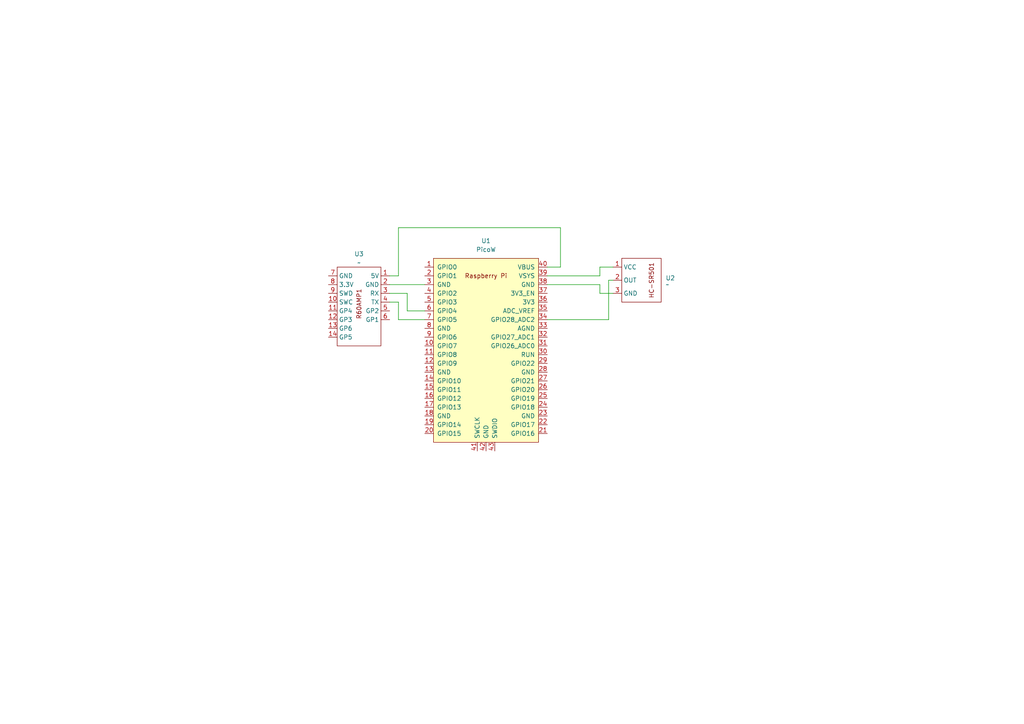
<source format=kicad_sch>
(kicad_sch (version 20231120) (generator "eeschema") (generator_version "8.0")
  (paper "A4")
  (title_block (title "Live Room Sensor Micradar") (date "2024") (rev "1") (company "IMSX81"))
  (lib_symbols
    (symbol "Custom:HC-SR501"
      (property "Reference" "U" (at 0 0 0))
      (symbol "HC-SR501_0_1"
        (rectangle (start -6.35 -1.27) (end 6.35 -12.7))
      )
      (symbol "HC-SR501_1_1"
        (text "HC-SR501" (at 0 -4.064 0) (effects (font (size 1.27 1.27))))
        (pin power_in line (at -3.81 -15.24 90) (length 2.54) (name "VCC") (number "1"))
        (pin output line (at 0 -15.24 90) (length 2.54) (name "OUT") (number "2"))
        (pin passive line (at 3.81 -15.24 90) (length 2.54) (name "GND") (number "3"))
      )
    )
    (symbol "Custom:R60AMP1"
      (property "Reference" "U" (at 0 0 0))
      (symbol "R60AMP1_0_1"
        (rectangle (start -6.35 -1.27) (end 6.35 -24.13))
      )
      (symbol "R60AMP1_1_1"
        (text "R60AMP1\n" (at 0 -11.938 900) (effects (font (size 1.27 1.27))))
        (pin power_in line (at -8.89 -3.81 0) (length 2.54) (name "5V") (number "1"))
        (pin input line (at 8.89 -11.43 180) (length 2.54) (name "SWC") (number "10"))
        (pin bidirectional line (at 8.89 -13.97 180) (length 2.54) (name "GP4") (number "11"))
        (pin bidirectional line (at 8.89 -16.51 180) (length 2.54) (name "GP3") (number "12"))
        (pin bidirectional line (at 8.89 -19.05 180) (length 2.54) (name "GP6") (number "13"))
        (pin bidirectional line (at 8.89 -21.59 180) (length 2.54) (name "GP5") (number "14"))
        (pin passive line (at -8.89 -6.35 0) (length 2.54) (name "GND") (number "2"))
        (pin input line (at -8.89 -8.89 0) (length 2.54) (name "RX") (number "3"))
        (pin output line (at -8.89 -11.43 0) (length 2.54) (name "TX") (number "4"))
        (pin bidirectional line (at -8.89 -13.97 0) (length 2.54) (name "GP2") (number "5"))
        (pin bidirectional line (at -8.89 -16.51 0) (length 2.54) (name "GP1") (number "6"))
        (pin passive line (at 8.89 -3.81 180) (length 2.54) (name "GND") (number "7"))
        (pin power_in line (at 8.89 -6.35 180) (length 2.54) (name "3.3V") (number "8"))
        (pin bidirectional line (at 8.89 -8.89 180) (length 2.54) (name "SWD") (number "9"))
      )
    )
    (symbol "Pico:PicoW" (pin_names (offset 1.016))
      (property "Reference" "U" (at -13.97 27.94 0))
      (property "Value" "PicoW" (at 0 19.05 0))
      (symbol "PicoW_0_0"
        (text "Raspberry Pi" (at 0 21.59 0) (effects (font (size 1.27 1.27))))
      )
      (symbol "PicoW_0_1"
        (rectangle (start -15.24 26.67) (end 15.24 -26.67) (fill (type background)))
      )
      (symbol "PicoW_1_1"
        (pin bidirectional line (at -17.78 24.13 0) (length 2.54) (name "GPIO0") (number "1"))
        (pin bidirectional line (at -17.78 1.27 0) (length 2.54) (name "GPIO7") (number "10"))
        (pin bidirectional line (at -17.78 -1.27 0) (length 2.54) (name "GPIO8") (number "11"))
        (pin bidirectional line (at -17.78 -3.81 0) (length 2.54) (name "GPIO9") (number "12"))
        (pin power_in line (at -17.78 -6.35 0) (length 2.54) (name "GND") (number "13"))
        (pin bidirectional line (at -17.78 -8.89 0) (length 2.54) (name "GPIO10") (number "14"))
        (pin bidirectional line (at -17.78 -11.43 0) (length 2.54) (name "GPIO11") (number "15"))
        (pin bidirectional line (at -17.78 -13.97 0) (length 2.54) (name "GPIO12") (number "16"))
        (pin bidirectional line (at -17.78 -16.51 0) (length 2.54) (name "GPIO13") (number "17"))
        (pin power_in line (at -17.78 -19.05 0) (length 2.54) (name "GND") (number "18"))
        (pin bidirectional line (at -17.78 -21.59 0) (length 2.54) (name "GPIO14") (number "19"))
        (pin bidirectional line (at -17.78 21.59 0) (length 2.54) (name "GPIO1") (number "2"))
        (pin bidirectional line (at -17.78 -24.13 0) (length 2.54) (name "GPIO15") (number "20"))
        (pin bidirectional line (at 17.78 -24.13 180) (length 2.54) (name "GPIO16") (number "21"))
        (pin bidirectional line (at 17.78 -21.59 180) (length 2.54) (name "GPIO17") (number "22"))
        (pin power_in line (at 17.78 -19.05 180) (length 2.54) (name "GND") (number "23"))
        (pin bidirectional line (at 17.78 -16.51 180) (length 2.54) (name "GPIO18") (number "24"))
        (pin bidirectional line (at 17.78 -13.97 180) (length 2.54) (name "GPIO19") (number "25"))
        (pin bidirectional line (at 17.78 -11.43 180) (length 2.54) (name "GPIO20") (number "26"))
        (pin bidirectional line (at 17.78 -8.89 180) (length 2.54) (name "GPIO21") (number "27"))
        (pin power_in line (at 17.78 -6.35 180) (length 2.54) (name "GND") (number "28"))
        (pin bidirectional line (at 17.78 -3.81 180) (length 2.54) (name "GPIO22") (number "29"))
        (pin power_in line (at -17.78 19.05 0) (length 2.54) (name "GND") (number "3"))
        (pin input line (at 17.78 -1.27 180) (length 2.54) (name "RUN") (number "30"))
        (pin bidirectional line (at 17.78 1.27 180) (length 2.54) (name "GPIO26_ADC0") (number "31"))
        (pin bidirectional line (at 17.78 3.81 180) (length 2.54) (name "GPIO27_ADC1") (number "32"))
        (pin power_in line (at 17.78 6.35 180) (length 2.54) (name "AGND") (number "33"))
        (pin bidirectional line (at 17.78 8.89 180) (length 2.54) (name "GPIO28_ADC2") (number "34"))
        (pin unspecified line (at 17.78 11.43 180) (length 2.54) (name "ADC_VREF") (number "35"))
        (pin unspecified line (at 17.78 13.97 180) (length 2.54) (name "3V3") (number "36"))
        (pin input line (at 17.78 16.51 180) (length 2.54) (name "3V3_EN") (number "37"))
        (pin bidirectional line (at 17.78 19.05 180) (length 2.54) (name "GND") (number "38"))
        (pin unspecified line (at 17.78 21.59 180) (length 2.54) (name "VSYS") (number "39"))
        (pin bidirectional line (at -17.78 16.51 0) (length 2.54) (name "GPIO2") (number "4"))
        (pin unspecified line (at 17.78 24.13 180) (length 2.54) (name "VBUS") (number "40"))
        (pin input line (at -2.54 -29.21 90) (length 2.54) (name "SWCLK") (number "41"))
        (pin power_in line (at 0 -29.21 90) (length 2.54) (name "GND") (number "42"))
        (pin bidirectional line (at 2.54 -29.21 90) (length 2.54) (name "SWDIO") (number "43"))
        (pin bidirectional line (at -17.78 13.97 0) (length 2.54) (name "GPIO3") (number "5"))
        (pin bidirectional line (at -17.78 11.43 0) (length 2.54) (name "GPIO4") (number "6"))
        (pin bidirectional line (at -17.78 8.89 0) (length 2.54) (name "GPIO5") (number "7"))
        (pin power_in line (at -17.78 6.35 0) (length 2.54) (name "GND") (number "8"))
        (pin bidirectional line (at -17.78 3.81 0) (length 2.54) (name "GPIO6") (number "9"))
      )
    )
  )
  (wire (pts (xy 113.03 80.01) (xy 115.57 80.01)))
  (wire (pts (xy 115.57 92.71) (xy 123.19 92.71)))
  (wire (pts (xy 162.56 77.47) (xy 158.75 77.47)))
  (wire (pts (xy 113.03 87.63) (xy 115.57 87.63)))
  (wire (pts (xy 113.03 85.09) (xy 118.11 85.09)))
  (wire (pts (xy 173.99 85.09) (xy 173.99 82.55)))
  (wire (pts (xy 115.57 80.01) (xy 115.57 66.04)))
  (wire (pts (xy 113.03 82.55) (xy 123.19 82.55)))
  (wire (pts (xy 115.57 66.04) (xy 162.56 66.04)))
  (wire (pts (xy 177.8 81.28) (xy 176.53 81.28)))
  (wire (pts (xy 173.99 82.55) (xy 158.75 82.55)))
  (wire (pts (xy 118.11 90.17) (xy 123.19 90.17)))
  (wire (pts (xy 176.53 81.28) (xy 176.53 92.71)))
  (wire (pts (xy 176.53 92.71) (xy 158.75 92.71)))
  (wire (pts (xy 173.99 77.47) (xy 177.8 77.47)))
  (wire (pts (xy 177.8 85.09) (xy 173.99 85.09)))
  (wire (pts (xy 115.57 87.63) (xy 115.57 92.71)))
  (wire (pts (xy 162.56 66.04) (xy 162.56 77.47)))
  (wire (pts (xy 118.11 85.09) (xy 118.11 90.17)))
  (wire (pts (xy 158.75 80.01) (xy 173.99 80.01)))
  (wire (pts (xy 173.99 80.01) (xy 173.99 77.47)))
  (symbol (lib_id "Custom:HC-SR501") (at 193.04 81.28 270) (unit 1)
    (property "Reference" "U2" (at 193.04 80.6449 90) (effects (justify left)))
    (property "Value" "~" (at 193.04 82.55 90) (effects (justify left)))
  )
  (symbol (lib_id "Custom:R60AMP1") (at 104.14 76.2 0) (mirror y) (unit 1)
    (property "Reference" "U3" (at 104.14 73.66 0))
    (property "Value" "~" (at 104.14 76.2 0))
  )
  (symbol (lib_id "Pico:PicoW") (at 140.97 101.6 0) (unit 1)
    (property "Reference" "U1" (at 140.97 69.85 0))
    (property "Value" "PicoW" (at 140.97 72.39 0))
    (property "Footprint" "RPi_Pico:RPi_PicoW_SMD_TH" (effects (hide yes)))
  )
  (sheet (at 201.93 379.73) (size 165.1 102.87) (stroke (width 0.1524))
    (property "Sheetname" "Minewsemi Radar" (at 201.93 379.0184 0) (effects (justify left bottom)))
    (property "Sheetfile" "miewsemi-radar.kicad_sch" (at 201.93 483.1846 0) (effects (justify left top)))
  )
)
</source>
